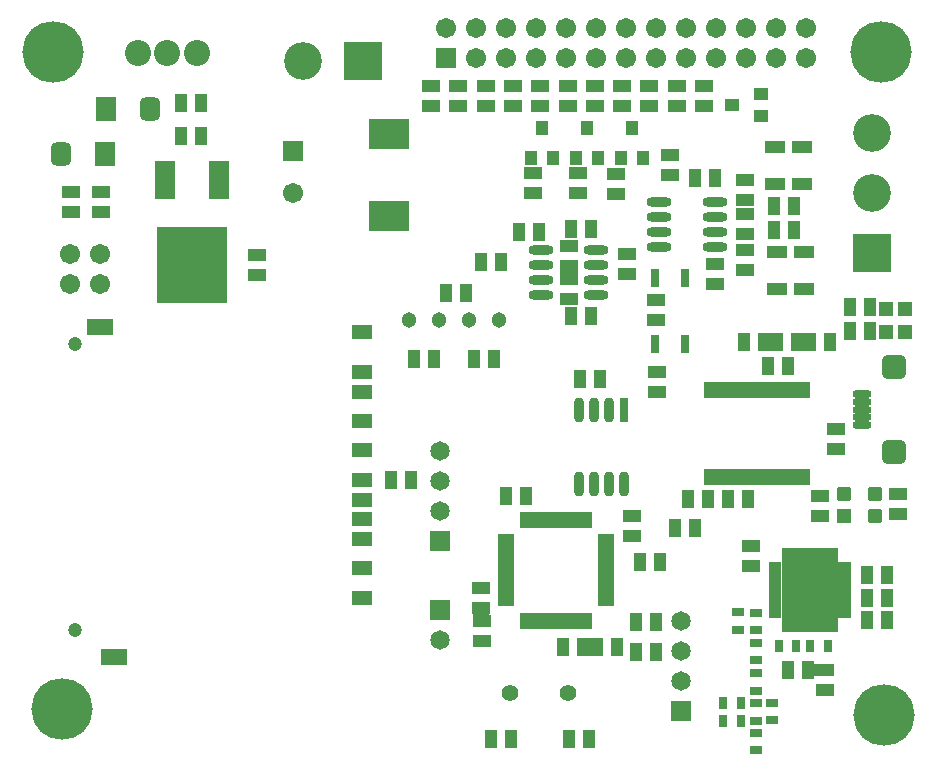
<source format=gts>
G04 Layer_Color=8388736*
%FSLAX25Y25*%
%MOIN*%
G70*
G01*
G75*
%ADD68R,0.04600X0.06300*%
%ADD69R,0.04800X0.06300*%
%ADD70R,0.03700X0.06300*%
%ADD71R,0.05700X0.03600*%
%ADD72R,0.06000X0.04400*%
%ADD73R,0.02362X0.02362*%
%ADD74R,0.08300X0.04100*%
%ADD75R,0.19000X0.04500*%
%ADD76R,0.04500X0.18800*%
%ADD77R,0.19000X0.04800*%
%ADD78R,0.04300X0.19000*%
%ADD79R,0.24100X0.05700*%
%ADD80R,0.05700X0.24000*%
%ADD81R,0.05600X0.24100*%
%ADD82R,0.24000X0.05600*%
%ADD83R,0.34700X0.05700*%
%ADD84R,0.32400X0.05700*%
%ADD85R,0.06312X0.03950*%
%ADD86R,0.13792X0.10249*%
%ADD87R,0.03950X0.06312*%
%ADD88R,0.03165X0.08283*%
G04:AMPARAMS|DCode=89|XSize=31.65mil|YSize=82.83mil|CornerRadius=14.65mil|HoleSize=0mil|Usage=FLASHONLY|Rotation=0.000|XOffset=0mil|YOffset=0mil|HoleType=Round|Shape=RoundedRectangle|*
%AMROUNDEDRECTD89*
21,1,0.03165,0.05354,0,0,0.0*
21,1,0.00236,0.08283,0,0,0.0*
1,1,0.02929,0.00118,-0.02677*
1,1,0.02929,-0.00118,-0.02677*
1,1,0.02929,-0.00118,0.02677*
1,1,0.02929,0.00118,0.02677*
%
%ADD89ROUNDEDRECTD89*%
%ADD90R,0.06315X0.03953*%
%ADD91R,0.03953X0.06315*%
%ADD92R,0.03953X0.02772*%
%ADD93R,0.02772X0.03953*%
G04:AMPARAMS|DCode=94|XSize=67.06mil|YSize=78.87mil|CornerRadius=18.76mil|HoleSize=0mil|Usage=FLASHONLY|Rotation=180.000|XOffset=0mil|YOffset=0mil|HoleType=Round|Shape=RoundedRectangle|*
%AMROUNDEDRECTD94*
21,1,0.06706,0.04134,0,0,180.0*
21,1,0.02953,0.07887,0,0,180.0*
1,1,0.03753,-0.01476,0.02067*
1,1,0.03753,0.01476,0.02067*
1,1,0.03753,0.01476,-0.02067*
1,1,0.03753,-0.01476,-0.02067*
%
%ADD94ROUNDEDRECTD94*%
%ADD95R,0.06706X0.07887*%
%ADD96R,0.07102X0.12614*%
%ADD97R,0.23638X0.25213*%
%ADD98O,0.05528X0.01787*%
%ADD99O,0.01787X0.05528*%
%ADD100R,0.02181X0.05724*%
%ADD101O,0.08283X0.03165*%
%ADD102R,0.18913X0.18913*%
G04:AMPARAMS|DCode=103|XSize=37.56mil|YSize=19.84mil|CornerRadius=6.97mil|HoleSize=0mil|Usage=FLASHONLY|Rotation=270.000|XOffset=0mil|YOffset=0mil|HoleType=Round|Shape=RoundedRectangle|*
%AMROUNDEDRECTD103*
21,1,0.03756,0.00591,0,0,270.0*
21,1,0.02362,0.01984,0,0,270.0*
1,1,0.01394,-0.00295,-0.01181*
1,1,0.01394,-0.00295,0.01181*
1,1,0.01394,0.00295,0.01181*
1,1,0.01394,0.00295,-0.01181*
%
%ADD103ROUNDEDRECTD103*%
G04:AMPARAMS|DCode=104|XSize=37.56mil|YSize=19.84mil|CornerRadius=6.97mil|HoleSize=0mil|Usage=FLASHONLY|Rotation=180.000|XOffset=0mil|YOffset=0mil|HoleType=Round|Shape=RoundedRectangle|*
%AMROUNDEDRECTD104*
21,1,0.03756,0.00591,0,0,180.0*
21,1,0.02362,0.01984,0,0,180.0*
1,1,0.01394,-0.01181,0.00295*
1,1,0.01394,0.01181,0.00295*
1,1,0.01394,0.01181,-0.00295*
1,1,0.01394,-0.01181,-0.00295*
%
%ADD104ROUNDEDRECTD104*%
%ADD105R,0.04543X0.04740*%
%ADD106R,0.03165X0.06315*%
%ADD107R,0.04543X0.04347*%
%ADD108R,0.04543X0.04346*%
%ADD109R,0.04347X0.04543*%
%ADD110R,0.04346X0.04543*%
G04:AMPARAMS|DCode=111|XSize=47.37mil|YSize=47.37mil|CornerRadius=9.9mil|HoleSize=0mil|Usage=FLASHONLY|Rotation=0.000|XOffset=0mil|YOffset=0mil|HoleType=Round|Shape=RoundedRectangle|*
%AMROUNDEDRECTD111*
21,1,0.04737,0.02756,0,0,0.0*
21,1,0.02756,0.04737,0,0,0.0*
1,1,0.01981,0.01378,-0.01378*
1,1,0.01981,-0.01378,-0.01378*
1,1,0.01981,-0.01378,0.01378*
1,1,0.01981,0.01378,0.01378*
%
%ADD111ROUNDEDRECTD111*%
%ADD112R,0.04737X0.04737*%
G04:AMPARAMS|DCode=113|XSize=82.8mil|YSize=82.8mil|CornerRadius=22.7mil|HoleSize=0mil|Usage=FLASHONLY|Rotation=270.000|XOffset=0mil|YOffset=0mil|HoleType=Round|Shape=RoundedRectangle|*
%AMROUNDEDRECTD113*
21,1,0.08280,0.03740,0,0,270.0*
21,1,0.03740,0.08280,0,0,270.0*
1,1,0.04540,-0.01870,-0.01870*
1,1,0.04540,-0.01870,0.01870*
1,1,0.04540,0.01870,0.01870*
1,1,0.04540,0.01870,-0.01870*
%
%ADD113ROUNDEDRECTD113*%
G04:AMPARAMS|DCode=114|XSize=23.75mil|YSize=61.15mil|CornerRadius=7.94mil|HoleSize=0mil|Usage=FLASHONLY|Rotation=270.000|XOffset=0mil|YOffset=0mil|HoleType=Round|Shape=RoundedRectangle|*
%AMROUNDEDRECTD114*
21,1,0.02375,0.04528,0,0,270.0*
21,1,0.00787,0.06115,0,0,270.0*
1,1,0.01587,-0.02264,-0.00394*
1,1,0.01587,-0.02264,0.00394*
1,1,0.01587,0.02264,0.00394*
1,1,0.01587,0.02264,-0.00394*
%
%ADD114ROUNDEDRECTD114*%
%ADD115R,0.07102X0.04347*%
%ADD116R,0.08674X0.05524*%
%ADD117R,0.06706X0.04737*%
%ADD118C,0.05524*%
%ADD119C,0.12611*%
%ADD120R,0.12611X0.12611*%
%ADD121R,0.12611X0.12611*%
%ADD122C,0.06706*%
%ADD123C,0.06512*%
%ADD124R,0.06512X0.06512*%
%ADD125R,0.06706X0.06706*%
%ADD126C,0.08677*%
%ADD127C,0.06709*%
%ADD128R,0.06709X0.06709*%
%ADD129C,0.05134*%
%ADD130C,0.04737*%
%ADD131C,0.20485*%
D68*
X-38400Y139350D02*
D03*
D69*
X-50100Y139250D02*
D03*
D70*
X-109450Y37750D02*
D03*
D71*
X-146350Y49000D02*
D03*
D72*
X-117000Y162800D02*
D03*
D73*
X-42115Y62015D02*
D03*
X-31485D02*
D03*
X-42115Y51385D02*
D03*
X-31485D02*
D03*
D74*
X-32950Y30050D02*
D03*
D75*
X-36800Y68250D02*
D03*
D76*
X-25250Y56800D02*
D03*
D77*
X-36800Y45200D02*
D03*
D78*
X-48350Y56700D02*
D03*
D79*
X-121250Y80050D02*
D03*
D80*
X-138050Y63300D02*
D03*
D81*
X-104600Y63250D02*
D03*
D82*
X-121300Y46500D02*
D03*
D83*
X-54550Y123250D02*
D03*
D84*
X-54600Y94350D02*
D03*
D85*
X-135700Y218080D02*
D03*
Y224773D02*
D03*
X-144800Y218080D02*
D03*
Y224773D02*
D03*
X-153900Y218080D02*
D03*
Y224773D02*
D03*
X-163000Y218080D02*
D03*
Y224773D02*
D03*
X-273000Y182653D02*
D03*
Y189347D02*
D03*
X-283000Y182653D02*
D03*
Y189347D02*
D03*
D86*
X-177000Y208681D02*
D03*
Y181319D02*
D03*
D87*
X-94647Y46100D02*
D03*
X-87954D02*
D03*
X-94747Y36200D02*
D03*
X-88054D02*
D03*
X-109653Y177000D02*
D03*
X-116347D02*
D03*
X-109653Y148000D02*
D03*
X-116347D02*
D03*
D88*
X-98700Y116652D02*
D03*
D89*
X-103700D02*
D03*
X-108700D02*
D03*
X-113700D02*
D03*
X-98700Y92148D02*
D03*
X-103700D02*
D03*
X-108700D02*
D03*
X-113700D02*
D03*
D90*
X-31800Y23354D02*
D03*
Y30046D02*
D03*
X-7409Y82055D02*
D03*
Y88748D02*
D03*
X-96100Y81546D02*
D03*
Y74853D02*
D03*
X-146000Y39654D02*
D03*
Y46347D02*
D03*
X-221000Y161653D02*
D03*
Y168347D02*
D03*
X-28000Y110346D02*
D03*
Y103654D02*
D03*
X-97800Y161953D02*
D03*
Y168647D02*
D03*
X-33394Y88157D02*
D03*
Y81465D02*
D03*
X-56300Y64854D02*
D03*
Y71547D02*
D03*
X-126600Y218079D02*
D03*
Y224772D02*
D03*
X-108400Y218079D02*
D03*
Y224772D02*
D03*
X-117500Y218079D02*
D03*
Y224772D02*
D03*
X-72000Y218079D02*
D03*
Y224772D02*
D03*
X-90200Y218079D02*
D03*
Y224772D02*
D03*
X-99300Y218079D02*
D03*
Y224772D02*
D03*
X-81100Y218079D02*
D03*
Y224772D02*
D03*
X-83500Y195153D02*
D03*
Y201847D02*
D03*
X-101500Y188654D02*
D03*
Y195346D02*
D03*
X-114100Y188953D02*
D03*
Y195647D02*
D03*
X-129100Y188953D02*
D03*
Y195647D02*
D03*
X-146500Y57346D02*
D03*
Y50653D02*
D03*
X-58300Y170046D02*
D03*
Y163354D02*
D03*
Y182046D02*
D03*
Y175354D02*
D03*
X-87800Y129546D02*
D03*
Y122854D02*
D03*
X-68500Y165347D02*
D03*
Y158653D02*
D03*
X-58300Y193546D02*
D03*
Y186854D02*
D03*
X-117000Y164654D02*
D03*
Y171346D02*
D03*
Y160346D02*
D03*
Y153654D02*
D03*
X-88000Y153347D02*
D03*
Y146653D02*
D03*
D91*
X-17647Y54200D02*
D03*
X-10954D02*
D03*
X-169653Y93500D02*
D03*
X-176347D02*
D03*
X-113347Y127000D02*
D03*
X-106653D02*
D03*
X-136453Y7200D02*
D03*
X-143147D02*
D03*
X-117147D02*
D03*
X-110453D02*
D03*
X-107647Y37700D02*
D03*
X-100953D02*
D03*
X-138146Y88200D02*
D03*
X-131454D02*
D03*
X-246346Y219000D02*
D03*
X-239653D02*
D03*
X-246346Y208000D02*
D03*
X-239653D02*
D03*
X-40953Y139300D02*
D03*
X-47646D02*
D03*
X-36647D02*
D03*
X-29954D02*
D03*
X-64044Y87000D02*
D03*
X-57351D02*
D03*
X-43953Y131300D02*
D03*
X-50647D02*
D03*
X-58647Y139300D02*
D03*
X-51954D02*
D03*
X-75147Y194200D02*
D03*
X-68454D02*
D03*
X-133846Y176000D02*
D03*
X-127154D02*
D03*
X-161953Y133800D02*
D03*
X-168647D02*
D03*
X-141954D02*
D03*
X-148646D02*
D03*
X-17647Y46700D02*
D03*
X-10954D02*
D03*
Y61700D02*
D03*
X-17647D02*
D03*
X-37453Y30200D02*
D03*
X-44146D02*
D03*
X-77346Y87000D02*
D03*
X-70653D02*
D03*
X-81846Y77500D02*
D03*
X-75153D02*
D03*
X-86654Y66100D02*
D03*
X-93347D02*
D03*
X-119147Y37700D02*
D03*
X-112453D02*
D03*
X-23347Y151000D02*
D03*
X-16654D02*
D03*
X-23347Y143000D02*
D03*
X-16654D02*
D03*
X-48647Y176700D02*
D03*
X-41954D02*
D03*
X-48647Y184700D02*
D03*
X-41954D02*
D03*
X-139654Y166000D02*
D03*
X-146346D02*
D03*
X-151453Y155800D02*
D03*
X-158147D02*
D03*
D92*
X-49300Y19153D02*
D03*
Y13247D02*
D03*
X-54800Y49153D02*
D03*
Y43247D02*
D03*
Y3247D02*
D03*
Y9153D02*
D03*
Y33247D02*
D03*
Y39153D02*
D03*
X-60800Y49251D02*
D03*
Y43346D02*
D03*
X-54800Y13149D02*
D03*
Y19054D02*
D03*
Y23149D02*
D03*
Y29054D02*
D03*
D93*
X-59847Y13200D02*
D03*
X-65753D02*
D03*
X-65753Y19000D02*
D03*
X-59847D02*
D03*
X-30847Y38200D02*
D03*
X-36753D02*
D03*
X-41249D02*
D03*
X-47154D02*
D03*
D94*
X-286480Y202000D02*
D03*
X-256520Y217000D02*
D03*
D95*
X-271520Y202000D02*
D03*
X-271480Y217000D02*
D03*
D96*
X-233545Y193300D02*
D03*
X-251655D02*
D03*
D97*
X-242600Y164953D02*
D03*
D98*
X-138032Y52373D02*
D03*
Y54342D02*
D03*
Y56310D02*
D03*
Y58279D02*
D03*
Y60247D02*
D03*
Y62216D02*
D03*
Y64184D02*
D03*
Y66153D02*
D03*
Y68121D02*
D03*
Y70090D02*
D03*
Y72058D02*
D03*
Y74027D02*
D03*
X-104568D02*
D03*
Y72058D02*
D03*
Y70090D02*
D03*
Y68121D02*
D03*
Y66153D02*
D03*
Y64184D02*
D03*
Y62216D02*
D03*
Y60247D02*
D03*
Y58279D02*
D03*
Y56310D02*
D03*
Y54342D02*
D03*
Y52373D02*
D03*
D99*
X-132127Y79932D02*
D03*
X-130158D02*
D03*
X-128190D02*
D03*
X-126221D02*
D03*
X-124253D02*
D03*
X-122284D02*
D03*
X-120316D02*
D03*
X-118347D02*
D03*
X-116379D02*
D03*
X-114410D02*
D03*
X-112442D02*
D03*
X-110473D02*
D03*
Y46468D02*
D03*
X-112442D02*
D03*
X-114410D02*
D03*
X-116379D02*
D03*
X-118347D02*
D03*
X-120316D02*
D03*
X-122284D02*
D03*
X-124253D02*
D03*
X-126221D02*
D03*
X-128190D02*
D03*
X-130158D02*
D03*
X-132127D02*
D03*
D100*
X-70934Y123268D02*
D03*
X-68375D02*
D03*
X-65816D02*
D03*
X-63257D02*
D03*
X-60698D02*
D03*
X-58139D02*
D03*
X-55580D02*
D03*
X-53020D02*
D03*
X-50461D02*
D03*
X-47902D02*
D03*
X-45343D02*
D03*
X-42784D02*
D03*
X-37666Y94332D02*
D03*
X-40225D02*
D03*
X-42784D02*
D03*
X-45343D02*
D03*
X-47902D02*
D03*
X-50461D02*
D03*
X-53020D02*
D03*
X-55580D02*
D03*
X-58139D02*
D03*
X-60698D02*
D03*
X-63257D02*
D03*
X-65816D02*
D03*
X-68375D02*
D03*
X-70934D02*
D03*
X-37666Y123268D02*
D03*
X-40225D02*
D03*
D101*
X-107895Y155166D02*
D03*
Y160166D02*
D03*
Y165166D02*
D03*
Y170166D02*
D03*
X-126398Y155166D02*
D03*
Y160166D02*
D03*
Y165166D02*
D03*
Y170166D02*
D03*
X-68395Y171066D02*
D03*
Y176066D02*
D03*
Y181066D02*
D03*
Y186066D02*
D03*
X-86898Y171066D02*
D03*
Y176066D02*
D03*
Y181066D02*
D03*
Y186066D02*
D03*
D102*
X-36800Y56700D02*
D03*
D103*
X-29123Y44987D02*
D03*
X-31682D02*
D03*
X-34241D02*
D03*
X-36800D02*
D03*
X-39359D02*
D03*
X-41918D02*
D03*
X-44477D02*
D03*
X-29123Y68413D02*
D03*
X-31682D02*
D03*
X-34241D02*
D03*
X-36800D02*
D03*
X-39359D02*
D03*
X-41918D02*
D03*
X-44477D02*
D03*
D104*
X-25087Y49023D02*
D03*
Y51582D02*
D03*
Y54141D02*
D03*
Y56700D02*
D03*
Y59259D02*
D03*
Y61818D02*
D03*
Y64377D02*
D03*
X-48513Y64377D02*
D03*
Y61818D02*
D03*
Y59259D02*
D03*
Y56700D02*
D03*
Y54141D02*
D03*
Y51582D02*
D03*
Y49023D02*
D03*
D105*
X-11350Y150300D02*
D03*
X-5050D02*
D03*
X-11350Y142800D02*
D03*
X-5050D02*
D03*
D106*
X-88400Y138600D02*
D03*
X-78400D02*
D03*
Y160800D02*
D03*
X-88400D02*
D03*
D107*
X-52879Y214660D02*
D03*
X-62721Y218400D02*
D03*
D108*
X-52879Y222140D02*
D03*
D109*
X-99840Y200879D02*
D03*
X-96100Y210721D02*
D03*
X-114840Y200879D02*
D03*
X-111100Y210721D02*
D03*
X-129840Y200879D02*
D03*
X-126100Y210721D02*
D03*
D110*
X-92360Y200879D02*
D03*
X-107360D02*
D03*
X-122360D02*
D03*
D111*
X-25388Y88575D02*
D03*
X-15152D02*
D03*
Y81488D02*
D03*
D112*
X-25388D02*
D03*
D113*
X-8646Y131073D02*
D03*
X-8803Y102727D02*
D03*
D114*
X-19354Y121979D02*
D03*
Y119420D02*
D03*
Y116861D02*
D03*
X-19276Y114302D02*
D03*
X-19236Y111742D02*
D03*
D115*
X-47800Y156901D02*
D03*
Y169499D02*
D03*
X-48300Y204499D02*
D03*
Y191901D02*
D03*
X-38800Y169499D02*
D03*
Y156901D02*
D03*
X-39300Y191901D02*
D03*
Y204499D02*
D03*
D116*
X-268724Y34307D02*
D03*
X-273449Y144543D02*
D03*
D117*
X-186047Y63913D02*
D03*
Y73756D02*
D03*
Y80252D02*
D03*
Y86748D02*
D03*
Y54071D02*
D03*
Y129386D02*
D03*
Y122693D02*
D03*
Y142575D02*
D03*
Y113165D02*
D03*
Y103323D02*
D03*
Y93480D02*
D03*
D118*
X-117362Y22343D02*
D03*
X-136575D02*
D03*
D119*
X-16000Y189000D02*
D03*
Y209000D02*
D03*
X-205842Y233000D02*
D03*
D120*
X-16000Y169000D02*
D03*
D121*
X-185843Y233000D02*
D03*
D122*
X-273240Y168862D02*
D03*
Y158862D02*
D03*
X-283240Y168862D02*
D03*
Y158862D02*
D03*
X-209000Y189110D02*
D03*
D123*
X-160000Y103000D02*
D03*
Y93000D02*
D03*
Y83000D02*
D03*
X-79700Y46300D02*
D03*
Y36300D02*
D03*
Y26300D02*
D03*
X-160000Y40000D02*
D03*
D124*
Y73000D02*
D03*
X-79700Y16300D02*
D03*
X-160000Y50000D02*
D03*
D125*
X-209000Y202890D02*
D03*
D126*
X-251000Y235850D02*
D03*
X-260842D02*
D03*
X-241158D02*
D03*
D127*
X-38000Y244000D02*
D03*
Y234000D02*
D03*
X-48000Y244000D02*
D03*
Y234000D02*
D03*
X-58000Y244000D02*
D03*
Y234000D02*
D03*
X-68000Y244000D02*
D03*
Y234000D02*
D03*
X-78000Y244000D02*
D03*
Y234000D02*
D03*
X-88000Y244000D02*
D03*
Y234000D02*
D03*
X-98000Y244000D02*
D03*
Y234000D02*
D03*
X-108000Y244000D02*
D03*
Y234000D02*
D03*
X-118000Y244000D02*
D03*
Y234000D02*
D03*
X-128000Y244000D02*
D03*
Y234000D02*
D03*
X-138000Y244000D02*
D03*
Y234000D02*
D03*
X-148000Y244000D02*
D03*
Y234000D02*
D03*
X-158000Y244000D02*
D03*
D128*
Y234000D02*
D03*
D129*
X-170300Y146800D02*
D03*
X-160300D02*
D03*
X-150300D02*
D03*
X-140300D02*
D03*
D130*
X-281716Y43362D02*
D03*
Y138638D02*
D03*
D131*
X-289000Y236000D02*
D03*
X-12000Y15000D02*
D03*
X-13000Y236000D02*
D03*
X-286000Y17000D02*
D03*
M02*

</source>
